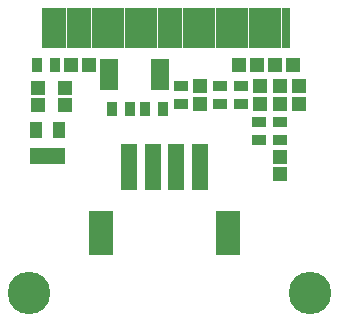
<source format=gbs>
%TF.GenerationSoftware,KiCad,Pcbnew,4.0.7-e2-6376~58~ubuntu16.04.1*%
%TF.CreationDate,2018-01-20T15:39:55+01:00*%
%TF.ProjectId,OLEDModule,4F4C45444D6F64756C652E6B69636164,rev?*%
%TF.FileFunction,Soldermask,Bot*%
%FSLAX46Y46*%
G04 Gerber Fmt 4.6, Leading zero omitted, Abs format (unit mm)*
G04 Created by KiCad (PCBNEW 4.0.7-e2-6376~58~ubuntu16.04.1) date Sat Jan 20 15:39:55 2018*
%MOMM*%
%LPD*%
G01*
G04 APERTURE LIST*
%ADD10C,0.100000*%
%ADD11R,0.800000X3.400000*%
%ADD12R,1.400000X3.900000*%
%ADD13R,2.000000X3.800000*%
%ADD14C,3.600000*%
%ADD15R,1.050000X1.460000*%
%ADD16R,1.500000X0.800000*%
%ADD17R,1.150000X1.200000*%
%ADD18R,1.200000X1.150000*%
%ADD19R,0.900000X1.300000*%
%ADD20R,1.300000X0.900000*%
G04 APERTURE END LIST*
D10*
D11*
X24247000Y-7747000D03*
X23547000Y-7747000D03*
X22847000Y-7747000D03*
X22147000Y-7747000D03*
X21447000Y-7747000D03*
X20047000Y-7747000D03*
X19347000Y-7747000D03*
X18647000Y-7747000D03*
X17947000Y-7747000D03*
X17247000Y-7747000D03*
X16547000Y-7747000D03*
X15847000Y-7747000D03*
X15147000Y-7747000D03*
X14447000Y-7747000D03*
X13747000Y-7747000D03*
X13047000Y-7747000D03*
X12347000Y-7747000D03*
X11647000Y-7747000D03*
X10947000Y-7747000D03*
X10247000Y-7747000D03*
X9547000Y-7747000D03*
X8847000Y-7747000D03*
X8147000Y-7747000D03*
X7447000Y-7747000D03*
X6747000Y-7747000D03*
X6047000Y-7747000D03*
X5347000Y-7747000D03*
X4647000Y-7747000D03*
X3947000Y-7747000D03*
X20747000Y-7747000D03*
D12*
X16970000Y-19577000D03*
X14970000Y-19577000D03*
X12970000Y-19577000D03*
X10970000Y-19577000D03*
D13*
X19370000Y-25127000D03*
X8570000Y-25127000D03*
D14*
X2540000Y-30226000D03*
D15*
X5014000Y-18626000D03*
X4064000Y-18626000D03*
X3114000Y-18626000D03*
X3114000Y-16426000D03*
X5014000Y-16426000D03*
D16*
X9280000Y-12659000D03*
X9280000Y-12009000D03*
X9280000Y-11359000D03*
X9280000Y-10709000D03*
X13580000Y-10709000D03*
X13580000Y-11359000D03*
X13580000Y-12009000D03*
X13580000Y-12659000D03*
D17*
X17018000Y-12712000D03*
X17018000Y-14212000D03*
X3302000Y-12839000D03*
X3302000Y-14339000D03*
X5588000Y-12839000D03*
X5588000Y-14339000D03*
X23749000Y-20181000D03*
X23749000Y-18681000D03*
X22098000Y-14212000D03*
X22098000Y-12712000D03*
X23749000Y-14212000D03*
X23749000Y-12712000D03*
X25400000Y-14212000D03*
X25400000Y-12712000D03*
D18*
X24880000Y-10922000D03*
X23380000Y-10922000D03*
X21832000Y-10922000D03*
X20332000Y-10922000D03*
X6108000Y-10922000D03*
X7608000Y-10922000D03*
D19*
X13831000Y-14605000D03*
X12331000Y-14605000D03*
D20*
X18669000Y-14212000D03*
X18669000Y-12712000D03*
X15367000Y-14212000D03*
X15367000Y-12712000D03*
X23749000Y-17260000D03*
X23749000Y-15760000D03*
D19*
X9537000Y-14605000D03*
X11037000Y-14605000D03*
D20*
X21971000Y-15760000D03*
X21971000Y-17260000D03*
X20447000Y-14212000D03*
X20447000Y-12712000D03*
D19*
X4687000Y-10922000D03*
X3187000Y-10922000D03*
D14*
X26289000Y-30226000D03*
M02*

</source>
